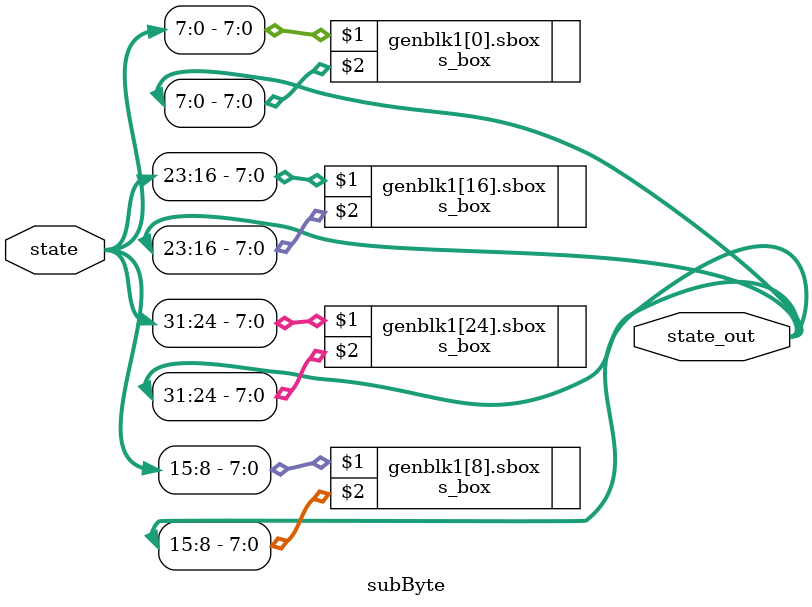
<source format=v>

/*
*
*
*	Date: September 2018
* 
* Description: substitue a single byte using the s_box step in AES encryption/Decryption.
* Language: Verilog
*
*/

module subByte
	(
	input wire [31:0] state,
	output wire  [31:0]state_out
	);



////////////////////////////////////////////////


/* cannot instantiate instances inisde initial block. */

genvar itr;
genvar jtr;
generate
		for (itr = 0 ; itr <= 31; itr = itr+8)
					s_box sbox (state[itr +:8] , state_out[itr +:8]);
endgenerate


////////////////////////////////////////////////



endmodule



</source>
